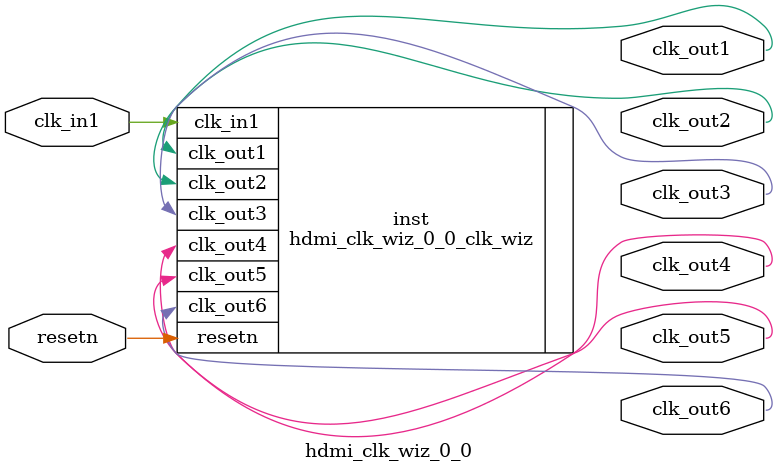
<source format=v>


`timescale 1ps/1ps

(* CORE_GENERATION_INFO = "hdmi_clk_wiz_0_0,clk_wiz_v5_4_3_0,{component_name=hdmi_clk_wiz_0_0,use_phase_alignment=true,use_min_o_jitter=false,use_max_i_jitter=false,use_dyn_phase_shift=false,use_inclk_switchover=false,use_dyn_reconfig=false,enable_axi=0,feedback_source=FDBK_AUTO,PRIMITIVE=MMCM,num_out_clk=6,clkin1_period=10.000,clkin2_period=10.000,use_power_down=false,use_reset=true,use_locked=false,use_inclk_stopped=false,feedback_type=SINGLE,CLOCK_MGR_TYPE=NA,manual_override=false}" *)

module hdmi_clk_wiz_0_0 
 (
  // Clock out ports
  output        clk_out1,
  output        clk_out2,
  output        clk_out3,
  output        clk_out4,
  output        clk_out5,
  output        clk_out6,
  // Status and control signals
  input         resetn,
 // Clock in ports
  input         clk_in1
 );

  hdmi_clk_wiz_0_0_clk_wiz inst
  (
  // Clock out ports  
  .clk_out1(clk_out1),
  .clk_out2(clk_out2),
  .clk_out3(clk_out3),
  .clk_out4(clk_out4),
  .clk_out5(clk_out5),
  .clk_out6(clk_out6),
  // Status and control signals               
  .resetn(resetn), 
 // Clock in ports
  .clk_in1(clk_in1)
  );

endmodule

</source>
